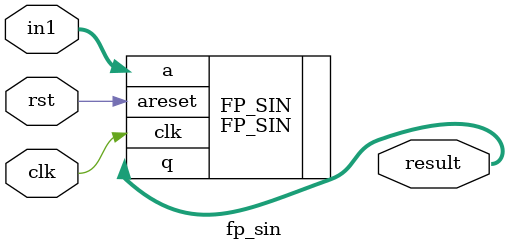
<source format=v>

module fp_sin
#(
	parameter DATA_WIDTH = 32
)
(
	input clk,
	input rst,
	input [DATA_WIDTH-1:0] in1,
	output [DATA_WIDTH-1:0] result
);

	FP_SIN FP_SIN
	(
		.clk(clk),
		.areset(rst),
		.a(in1),
		.q(result)
	);

endmodule

</source>
